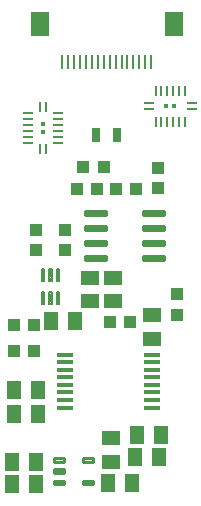
<source format=gbr>
G04 EAGLE Gerber RS-274X export*
G75*
%MOMM*%
%FSLAX34Y34*%
%LPD*%
%INSolderpaste Top*%
%IPPOS*%
%AMOC8*
5,1,8,0,0,1.08239X$1,22.5*%
G01*
%ADD10R,1.100000X1.000000*%
%ADD11R,1.000000X1.100000*%
%ADD12R,0.800000X1.200000*%
%ADD13C,0.200000*%
%ADD14R,0.400000X0.400000*%
%ADD15R,0.850000X0.190000*%
%ADD16R,0.190000X0.850000*%
%ADD17R,1.340000X0.440000*%
%ADD18C,0.300000*%
%ADD19C,0.295000*%
%ADD20R,1.300000X1.600000*%
%ADD21R,1.600000X1.300000*%
%ADD22R,0.250000X1.250000*%
%ADD23R,1.650000X2.050000*%


D10*
X145373Y92456D03*
X162373Y92456D03*
D11*
X208788Y91355D03*
X208788Y74355D03*
D12*
X173643Y119634D03*
X155643Y119634D03*
D13*
X111950Y-13438D02*
X111950Y-23338D01*
X109950Y-23338D01*
X109950Y-13438D01*
X111950Y-13438D01*
X111950Y-21438D02*
X109950Y-21438D01*
X109950Y-19538D02*
X111950Y-19538D01*
X111950Y-17638D02*
X109950Y-17638D01*
X109950Y-15738D02*
X111950Y-15738D01*
X111950Y-13838D02*
X109950Y-13838D01*
X118450Y-13438D02*
X118450Y-23338D01*
X116450Y-23338D01*
X116450Y-13438D01*
X118450Y-13438D01*
X118450Y-21438D02*
X116450Y-21438D01*
X116450Y-19538D02*
X118450Y-19538D01*
X118450Y-17638D02*
X116450Y-17638D01*
X116450Y-15738D02*
X118450Y-15738D01*
X118450Y-13838D02*
X116450Y-13838D01*
X124950Y-13438D02*
X124950Y-23338D01*
X122950Y-23338D01*
X122950Y-13438D01*
X124950Y-13438D01*
X124950Y-21438D02*
X122950Y-21438D01*
X122950Y-19538D02*
X124950Y-19538D01*
X124950Y-17638D02*
X122950Y-17638D01*
X122950Y-15738D02*
X124950Y-15738D01*
X124950Y-13838D02*
X122950Y-13838D01*
X122950Y-4138D02*
X122950Y5762D01*
X124950Y5762D01*
X124950Y-4138D01*
X122950Y-4138D01*
X122950Y-2238D02*
X124950Y-2238D01*
X124950Y-338D02*
X122950Y-338D01*
X122950Y1562D02*
X124950Y1562D01*
X124950Y3462D02*
X122950Y3462D01*
X122950Y5362D02*
X124950Y5362D01*
X116450Y5762D02*
X116450Y-4138D01*
X116450Y5762D02*
X118450Y5762D01*
X118450Y-4138D01*
X116450Y-4138D01*
X116450Y-2238D02*
X118450Y-2238D01*
X118450Y-338D02*
X116450Y-338D01*
X116450Y1562D02*
X118450Y1562D01*
X118450Y3462D02*
X116450Y3462D01*
X116450Y5362D02*
X118450Y5362D01*
X109950Y5762D02*
X109950Y-4138D01*
X109950Y5762D02*
X111950Y5762D01*
X111950Y-4138D01*
X109950Y-4138D01*
X109950Y-2238D02*
X111950Y-2238D01*
X111950Y-338D02*
X109950Y-338D01*
X109950Y1562D02*
X111950Y1562D01*
X111950Y3462D02*
X109950Y3462D01*
X109950Y5362D02*
X111950Y5362D01*
D14*
X222346Y143561D03*
X215346Y143561D03*
D15*
X236846Y146061D03*
X236846Y141061D03*
D16*
X231346Y130561D03*
X226346Y130561D03*
X221346Y130561D03*
X216346Y130561D03*
X211346Y130561D03*
X206346Y130561D03*
D15*
X200846Y141061D03*
X200846Y146061D03*
D16*
X206346Y156561D03*
X211346Y156561D03*
X216346Y156561D03*
X221346Y156561D03*
X226346Y156561D03*
X231346Y156561D03*
D14*
X111100Y128925D03*
X111100Y121925D03*
D16*
X108600Y143425D03*
X113600Y143425D03*
D15*
X124100Y137925D03*
X124100Y132925D03*
X124100Y127925D03*
X124100Y122925D03*
X124100Y117925D03*
X124100Y112925D03*
D16*
X113600Y107425D03*
X108600Y107425D03*
D15*
X98100Y112925D03*
X98100Y117925D03*
X98100Y122925D03*
X98100Y127925D03*
X98100Y132925D03*
X98100Y137925D03*
D17*
X203421Y-92202D03*
X203421Y-85802D03*
X203421Y-98602D03*
X203421Y-105002D03*
X203421Y-111402D03*
X203421Y-79402D03*
X203421Y-73002D03*
X203421Y-66602D03*
X129421Y-92202D03*
X129421Y-98602D03*
X129421Y-105002D03*
X129421Y-111402D03*
X129421Y-85802D03*
X129421Y-79402D03*
X129421Y-73002D03*
X129421Y-66602D03*
D18*
X196842Y16283D02*
X213542Y16283D01*
X213542Y13283D01*
X196842Y13283D01*
X196842Y16283D01*
X196842Y16133D02*
X213542Y16133D01*
X213542Y28983D02*
X196842Y28983D01*
X213542Y28983D02*
X213542Y25983D01*
X196842Y25983D01*
X196842Y28983D01*
X196842Y28833D02*
X213542Y28833D01*
X213542Y41683D02*
X196842Y41683D01*
X213542Y41683D02*
X213542Y38683D01*
X196842Y38683D01*
X196842Y41683D01*
X196842Y41533D02*
X213542Y41533D01*
X213542Y54383D02*
X196842Y54383D01*
X213542Y54383D02*
X213542Y51383D01*
X196842Y51383D01*
X196842Y54383D01*
X196842Y54233D02*
X213542Y54233D01*
X164042Y54383D02*
X147342Y54383D01*
X164042Y54383D02*
X164042Y51383D01*
X147342Y51383D01*
X147342Y54383D01*
X147342Y54233D02*
X164042Y54233D01*
X164042Y41683D02*
X147342Y41683D01*
X164042Y41683D02*
X164042Y38683D01*
X147342Y38683D01*
X147342Y41683D01*
X147342Y41533D02*
X164042Y41533D01*
X164042Y28983D02*
X147342Y28983D01*
X164042Y28983D02*
X164042Y25983D01*
X147342Y25983D01*
X147342Y28983D01*
X147342Y28833D02*
X164042Y28833D01*
X164042Y16283D02*
X147342Y16283D01*
X164042Y16283D02*
X164042Y13283D01*
X147342Y13283D01*
X147342Y16283D01*
X147342Y16133D02*
X164042Y16133D01*
D19*
X128681Y-157227D02*
X120231Y-157227D01*
X120231Y-154277D01*
X128681Y-154277D01*
X128681Y-157227D01*
X128681Y-154425D02*
X120231Y-154425D01*
X120231Y-166727D02*
X128681Y-166727D01*
X120231Y-166727D02*
X120231Y-163777D01*
X128681Y-163777D01*
X128681Y-166727D01*
X128681Y-163925D02*
X120231Y-163925D01*
X120231Y-176227D02*
X128681Y-176227D01*
X120231Y-176227D02*
X120231Y-173277D01*
X128681Y-173277D01*
X128681Y-176227D01*
X128681Y-173425D02*
X120231Y-173425D01*
X145131Y-173277D02*
X153581Y-173277D01*
X153581Y-176227D01*
X145131Y-176227D01*
X145131Y-173277D01*
X145131Y-173425D02*
X153581Y-173425D01*
X153581Y-154277D02*
X145131Y-154277D01*
X153581Y-154277D02*
X153581Y-157227D01*
X145131Y-157227D01*
X145131Y-154277D01*
X145131Y-154425D02*
X153581Y-154425D01*
D20*
X189390Y-153670D03*
X209390Y-153670D03*
X166530Y-175260D03*
X186530Y-175260D03*
D21*
X168910Y-157320D03*
X168910Y-137320D03*
D20*
X105250Y-176530D03*
X85250Y-176530D03*
D21*
X203200Y-53180D03*
X203200Y-33180D03*
X151130Y-1430D03*
X151130Y-21430D03*
D20*
X138270Y-38100D03*
X118270Y-38100D03*
D21*
X170180Y-21430D03*
X170180Y-1430D03*
D20*
X105250Y-157480D03*
X85250Y-157480D03*
X190660Y-134620D03*
X210660Y-134620D03*
X106520Y-96520D03*
X86520Y-96520D03*
X106520Y-116840D03*
X86520Y-116840D03*
D10*
X224790Y-32630D03*
X224790Y-15630D03*
D11*
X168030Y-39370D03*
X185030Y-39370D03*
X140090Y73660D03*
X157090Y73660D03*
X190110Y73660D03*
X173110Y73660D03*
D10*
X105410Y38980D03*
X105410Y21980D03*
D11*
X86750Y-41910D03*
X103750Y-41910D03*
D10*
X129540Y38980D03*
X129540Y21980D03*
D11*
X103750Y-63500D03*
X86750Y-63500D03*
D22*
X202600Y180860D03*
X197600Y180860D03*
X192600Y180860D03*
X187600Y180860D03*
X182600Y180860D03*
X177600Y180860D03*
X172600Y180860D03*
X167600Y180860D03*
X162600Y180860D03*
X157600Y180860D03*
X152600Y180860D03*
X147600Y180860D03*
X142600Y180860D03*
X137600Y180860D03*
X132600Y180860D03*
X127600Y180860D03*
D23*
X108600Y213360D03*
X221600Y213360D03*
M02*

</source>
